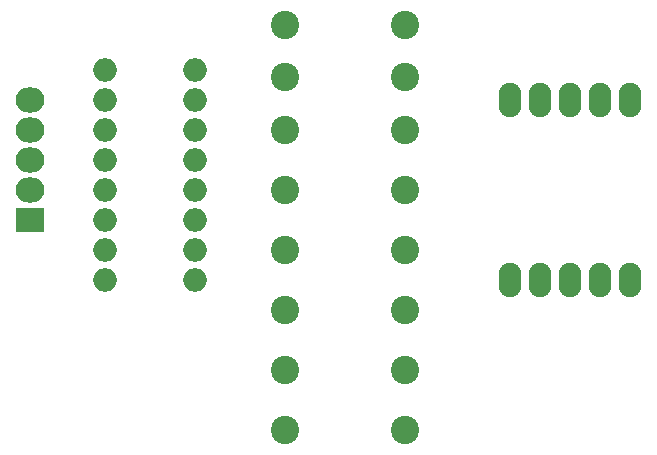
<source format=gts>
G04 #@! TF.FileFunction,Soldermask,Top*
%FSLAX46Y46*%
G04 Gerber Fmt 4.6, Leading zero omitted, Abs format (unit mm)*
G04 Created by KiCad (PCBNEW 4.0.1-stable) date 2016 September 03, Saturday 14:10:29*
%MOMM*%
G01*
G04 APERTURE LIST*
%ADD10C,0.100000*%
%ADD11R,2.432000X2.127200*%
%ADD12O,2.432000X2.127200*%
%ADD13C,2.398980*%
%ADD14O,1.924000X2.924000*%
%ADD15O,2.000000X2.000000*%
G04 APERTURE END LIST*
D10*
D11*
X113030000Y-106680000D03*
D12*
X113030000Y-104140000D03*
X113030000Y-101600000D03*
X113030000Y-99060000D03*
X113030000Y-96520000D03*
D13*
X134620000Y-90170000D03*
X144780000Y-90170000D03*
X134620000Y-94615000D03*
X144780000Y-94615000D03*
X134620000Y-99060000D03*
X144780000Y-99060000D03*
X134620000Y-109220000D03*
X144780000Y-109220000D03*
X134620000Y-114300000D03*
X144780000Y-114300000D03*
X134620000Y-119380000D03*
X144780000Y-119380000D03*
X134620000Y-124460000D03*
X144780000Y-124460000D03*
X134620000Y-104140000D03*
X144780000Y-104140000D03*
D14*
X153670000Y-111760000D03*
X156210000Y-111760000D03*
X158750000Y-111760000D03*
X161290000Y-111760000D03*
X163830000Y-111760000D03*
X163830000Y-96520000D03*
X161290000Y-96520000D03*
X158750000Y-96520000D03*
X156210000Y-96520000D03*
X153670000Y-96520000D03*
D15*
X127000000Y-111760000D03*
X127000000Y-109220000D03*
X127000000Y-106680000D03*
X127000000Y-104140000D03*
X127000000Y-101600000D03*
X127000000Y-99060000D03*
X127000000Y-96520000D03*
X127000000Y-93980000D03*
X119380000Y-93980000D03*
X119380000Y-96520000D03*
X119380000Y-99060000D03*
X119380000Y-101600000D03*
X119380000Y-104140000D03*
X119380000Y-106680000D03*
X119380000Y-109220000D03*
X119380000Y-111760000D03*
M02*

</source>
